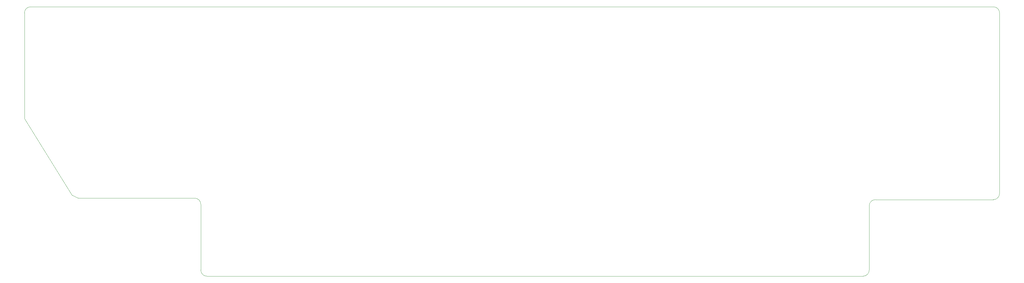
<source format=gko>
G04 #@! TF.GenerationSoftware,KiCad,Pcbnew,(6.0.0-rc1-dev-1215-g431bdc7a3)*
G04 #@! TF.CreationDate,2018-12-02T20:05:25+01:00*
G04 #@! TF.ProjectId,wave,77617665-2e6b-4696-9361-645f70636258,rev?*
G04 #@! TF.SameCoordinates,Original*
G04 #@! TF.FileFunction,Profile,NP*
%FSLAX46Y46*%
G04 Gerber Fmt 4.6, Leading zero omitted, Abs format (unit mm)*
G04 Created by KiCad (PCBNEW (6.0.0-rc1-dev-1215-g431bdc7a3)) date 2018 December 02, Sunday 20:05:25*
%MOMM*%
%LPD*%
G01*
G04 APERTURE LIST*
%ADD10C,0.050000*%
G04 APERTURE END LIST*
D10*
X295593810Y80040370D02*
X-3491190Y80040370D01*
X297498810Y78135370D02*
X297498810Y21937870D01*
X295593810Y80040370D02*
G75*
G02X297498810Y78135370I0J-1905000D01*
G01*
X-5396190Y45274120D02*
X-5396190Y78135370D01*
X-5396190Y78135370D02*
G75*
G02X-3491190Y80040370I1905000J0D01*
G01*
X295593810Y20032870D02*
X258922560Y20032870D01*
X11272560Y20509120D02*
X9367560Y21461620D01*
X47467560Y20509120D02*
X11272560Y20509120D01*
X9367560Y21461620D02*
X-5396190Y45274120D01*
X49372560Y-1874630D02*
X49372560Y18604120D01*
X255112560Y-3779630D02*
X51277560Y-3779630D01*
X257017560Y18127870D02*
X257017560Y-1874630D01*
X297498810Y21937870D02*
G75*
G02X295593810Y20032870I-1905000J0D01*
G01*
X257017560Y18127870D02*
G75*
G02X258922560Y20032870I1905000J0D01*
G01*
X257017560Y-1874630D02*
G75*
G02X255112560Y-3779630I-1905000J0D01*
G01*
X51277560Y-3779630D02*
G75*
G02X49372560Y-1874630I0J1905000D01*
G01*
X47467560Y20509120D02*
G75*
G02X49372560Y18604120I0J-1905000D01*
G01*
M02*

</source>
